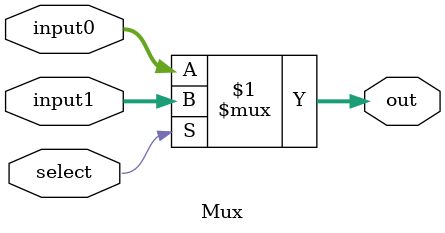
<source format=v>
`timescale 1ns / 1ps
module Mux(input1, input0, select, out);
	
	input  select;						// 1 bit
	input	 [15:0] input1, input0;	// 16 bit
	
	output [15:0] out;				// 16 bit
	
	assign out = (select) ? input1 : input0;
	
endmodule

</source>
